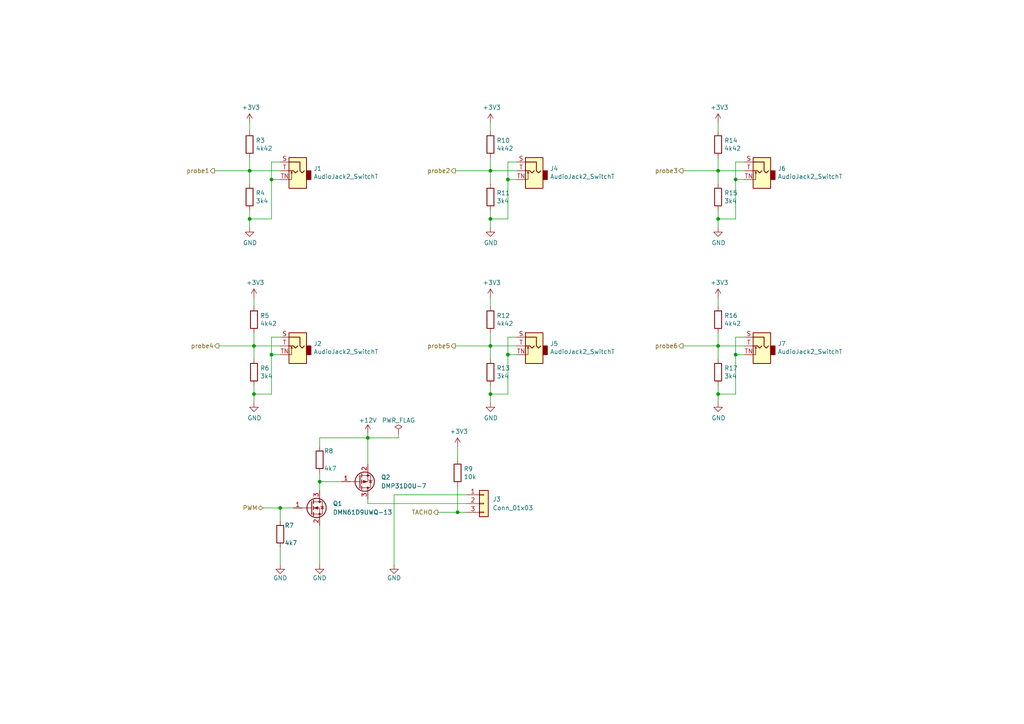
<source format=kicad_sch>
(kicad_sch (version 20211123) (generator eeschema)

  (uuid 84774f2a-6971-4fa4-a1fe-c172a40ef77d)

  (paper "A4")

  (lib_symbols
    (symbol "Connector:AudioJack2_SwitchT" (in_bom yes) (on_board yes)
      (property "Reference" "J" (id 0) (at 0 8.89 0)
        (effects (font (size 1.27 1.27)))
      )
      (property "Value" "AudioJack2_SwitchT" (id 1) (at 0 6.35 0)
        (effects (font (size 1.27 1.27)))
      )
      (property "Footprint" "" (id 2) (at 0 0 0)
        (effects (font (size 1.27 1.27)) hide)
      )
      (property "Datasheet" "~" (id 3) (at 0 0 0)
        (effects (font (size 1.27 1.27)) hide)
      )
      (property "ki_keywords" "audio jack receptacle mono headphones phone TS connector" (id 4) (at 0 0 0)
        (effects (font (size 1.27 1.27)) hide)
      )
      (property "ki_description" "Audio Jack, 2 Poles (Mono / TS), Switched T Pole (Normalling)" (id 5) (at 0 0 0)
        (effects (font (size 1.27 1.27)) hide)
      )
      (property "ki_fp_filters" "Jack*" (id 6) (at 0 0 0)
        (effects (font (size 1.27 1.27)) hide)
      )
      (symbol "AudioJack2_SwitchT_0_1"
        (rectangle (start -2.54 0) (end -3.81 -2.54)
          (stroke (width 0.254) (type default) (color 0 0 0 0))
          (fill (type outline))
        )
        (polyline
          (pts
            (xy 1.778 -0.254)
            (xy 2.032 -0.762)
          )
          (stroke (width 0) (type default) (color 0 0 0 0))
          (fill (type none))
        )
        (polyline
          (pts
            (xy 0 0)
            (xy 0.635 -0.635)
            (xy 1.27 0)
            (xy 2.54 0)
          )
          (stroke (width 0.254) (type default) (color 0 0 0 0))
          (fill (type none))
        )
        (polyline
          (pts
            (xy 2.54 -2.54)
            (xy 1.778 -2.54)
            (xy 1.778 -0.254)
            (xy 1.524 -0.762)
          )
          (stroke (width 0) (type default) (color 0 0 0 0))
          (fill (type none))
        )
        (polyline
          (pts
            (xy 2.54 2.54)
            (xy -0.635 2.54)
            (xy -0.635 0)
            (xy -1.27 -0.635)
            (xy -1.905 0)
          )
          (stroke (width 0.254) (type default) (color 0 0 0 0))
          (fill (type none))
        )
        (rectangle (start 2.54 3.81) (end -2.54 -5.08)
          (stroke (width 0.254) (type default) (color 0 0 0 0))
          (fill (type background))
        )
      )
      (symbol "AudioJack2_SwitchT_1_1"
        (pin passive line (at 5.08 2.54 180) (length 2.54)
          (name "~" (effects (font (size 1.27 1.27))))
          (number "S" (effects (font (size 1.27 1.27))))
        )
        (pin passive line (at 5.08 0 180) (length 2.54)
          (name "~" (effects (font (size 1.27 1.27))))
          (number "T" (effects (font (size 1.27 1.27))))
        )
        (pin passive line (at 5.08 -2.54 180) (length 2.54)
          (name "~" (effects (font (size 1.27 1.27))))
          (number "TN" (effects (font (size 1.27 1.27))))
        )
      )
    )
    (symbol "Connector_Generic:Conn_01x03" (pin_names (offset 1.016) hide) (in_bom yes) (on_board yes)
      (property "Reference" "J" (id 0) (at 0 5.08 0)
        (effects (font (size 1.27 1.27)))
      )
      (property "Value" "Conn_01x03" (id 1) (at 0 -5.08 0)
        (effects (font (size 1.27 1.27)))
      )
      (property "Footprint" "" (id 2) (at 0 0 0)
        (effects (font (size 1.27 1.27)) hide)
      )
      (property "Datasheet" "~" (id 3) (at 0 0 0)
        (effects (font (size 1.27 1.27)) hide)
      )
      (property "ki_keywords" "connector" (id 4) (at 0 0 0)
        (effects (font (size 1.27 1.27)) hide)
      )
      (property "ki_description" "Generic connector, single row, 01x03, script generated (kicad-library-utils/schlib/autogen/connector/)" (id 5) (at 0 0 0)
        (effects (font (size 1.27 1.27)) hide)
      )
      (property "ki_fp_filters" "Connector*:*_1x??_*" (id 6) (at 0 0 0)
        (effects (font (size 1.27 1.27)) hide)
      )
      (symbol "Conn_01x03_1_1"
        (rectangle (start -1.27 -2.413) (end 0 -2.667)
          (stroke (width 0.1524) (type default) (color 0 0 0 0))
          (fill (type none))
        )
        (rectangle (start -1.27 0.127) (end 0 -0.127)
          (stroke (width 0.1524) (type default) (color 0 0 0 0))
          (fill (type none))
        )
        (rectangle (start -1.27 2.667) (end 0 2.413)
          (stroke (width 0.1524) (type default) (color 0 0 0 0))
          (fill (type none))
        )
        (rectangle (start -1.27 3.81) (end 1.27 -3.81)
          (stroke (width 0.254) (type default) (color 0 0 0 0))
          (fill (type background))
        )
        (pin passive line (at -5.08 2.54 0) (length 3.81)
          (name "Pin_1" (effects (font (size 1.27 1.27))))
          (number "1" (effects (font (size 1.27 1.27))))
        )
        (pin passive line (at -5.08 0 0) (length 3.81)
          (name "Pin_2" (effects (font (size 1.27 1.27))))
          (number "2" (effects (font (size 1.27 1.27))))
        )
        (pin passive line (at -5.08 -2.54 0) (length 3.81)
          (name "Pin_3" (effects (font (size 1.27 1.27))))
          (number "3" (effects (font (size 1.27 1.27))))
        )
      )
    )
    (symbol "Device:Q_NMOS_GSD" (pin_names (offset 0) hide) (in_bom yes) (on_board yes)
      (property "Reference" "Q" (id 0) (at 5.08 1.27 0)
        (effects (font (size 1.27 1.27)) (justify left))
      )
      (property "Value" "Q_NMOS_GSD" (id 1) (at 5.08 -1.27 0)
        (effects (font (size 1.27 1.27)) (justify left))
      )
      (property "Footprint" "" (id 2) (at 5.08 2.54 0)
        (effects (font (size 1.27 1.27)) hide)
      )
      (property "Datasheet" "~" (id 3) (at 0 0 0)
        (effects (font (size 1.27 1.27)) hide)
      )
      (property "ki_keywords" "transistor NMOS N-MOS N-MOSFET" (id 4) (at 0 0 0)
        (effects (font (size 1.27 1.27)) hide)
      )
      (property "ki_description" "N-MOSFET transistor, gate/source/drain" (id 5) (at 0 0 0)
        (effects (font (size 1.27 1.27)) hide)
      )
      (symbol "Q_NMOS_GSD_0_1"
        (polyline
          (pts
            (xy 0.254 0)
            (xy -2.54 0)
          )
          (stroke (width 0) (type default) (color 0 0 0 0))
          (fill (type none))
        )
        (polyline
          (pts
            (xy 0.254 1.905)
            (xy 0.254 -1.905)
          )
          (stroke (width 0.254) (type default) (color 0 0 0 0))
          (fill (type none))
        )
        (polyline
          (pts
            (xy 0.762 -1.27)
            (xy 0.762 -2.286)
          )
          (stroke (width 0.254) (type default) (color 0 0 0 0))
          (fill (type none))
        )
        (polyline
          (pts
            (xy 0.762 0.508)
            (xy 0.762 -0.508)
          )
          (stroke (width 0.254) (type default) (color 0 0 0 0))
          (fill (type none))
        )
        (polyline
          (pts
            (xy 0.762 2.286)
            (xy 0.762 1.27)
          )
          (stroke (width 0.254) (type default) (color 0 0 0 0))
          (fill (type none))
        )
        (polyline
          (pts
            (xy 2.54 2.54)
            (xy 2.54 1.778)
          )
          (stroke (width 0) (type default) (color 0 0 0 0))
          (fill (type none))
        )
        (polyline
          (pts
            (xy 2.54 -2.54)
            (xy 2.54 0)
            (xy 0.762 0)
          )
          (stroke (width 0) (type default) (color 0 0 0 0))
          (fill (type none))
        )
        (polyline
          (pts
            (xy 0.762 -1.778)
            (xy 3.302 -1.778)
            (xy 3.302 1.778)
            (xy 0.762 1.778)
          )
          (stroke (width 0) (type default) (color 0 0 0 0))
          (fill (type none))
        )
        (polyline
          (pts
            (xy 1.016 0)
            (xy 2.032 0.381)
            (xy 2.032 -0.381)
            (xy 1.016 0)
          )
          (stroke (width 0) (type default) (color 0 0 0 0))
          (fill (type outline))
        )
        (polyline
          (pts
            (xy 2.794 0.508)
            (xy 2.921 0.381)
            (xy 3.683 0.381)
            (xy 3.81 0.254)
          )
          (stroke (width 0) (type default) (color 0 0 0 0))
          (fill (type none))
        )
        (polyline
          (pts
            (xy 3.302 0.381)
            (xy 2.921 -0.254)
            (xy 3.683 -0.254)
            (xy 3.302 0.381)
          )
          (stroke (width 0) (type default) (color 0 0 0 0))
          (fill (type none))
        )
        (circle (center 1.651 0) (radius 2.794)
          (stroke (width 0.254) (type default) (color 0 0 0 0))
          (fill (type none))
        )
        (circle (center 2.54 -1.778) (radius 0.254)
          (stroke (width 0) (type default) (color 0 0 0 0))
          (fill (type outline))
        )
        (circle (center 2.54 1.778) (radius 0.254)
          (stroke (width 0) (type default) (color 0 0 0 0))
          (fill (type outline))
        )
      )
      (symbol "Q_NMOS_GSD_1_1"
        (pin input line (at -5.08 0 0) (length 2.54)
          (name "G" (effects (font (size 1.27 1.27))))
          (number "1" (effects (font (size 1.27 1.27))))
        )
        (pin passive line (at 2.54 -5.08 90) (length 2.54)
          (name "S" (effects (font (size 1.27 1.27))))
          (number "2" (effects (font (size 1.27 1.27))))
        )
        (pin passive line (at 2.54 5.08 270) (length 2.54)
          (name "D" (effects (font (size 1.27 1.27))))
          (number "3" (effects (font (size 1.27 1.27))))
        )
      )
    )
    (symbol "Device:Q_PMOS_GSD" (pin_names (offset 0) hide) (in_bom yes) (on_board yes)
      (property "Reference" "Q" (id 0) (at 5.08 1.27 0)
        (effects (font (size 1.27 1.27)) (justify left))
      )
      (property "Value" "Q_PMOS_GSD" (id 1) (at 5.08 -1.27 0)
        (effects (font (size 1.27 1.27)) (justify left))
      )
      (property "Footprint" "" (id 2) (at 5.08 2.54 0)
        (effects (font (size 1.27 1.27)) hide)
      )
      (property "Datasheet" "~" (id 3) (at 0 0 0)
        (effects (font (size 1.27 1.27)) hide)
      )
      (property "ki_keywords" "transistor PMOS P-MOS P-MOSFET" (id 4) (at 0 0 0)
        (effects (font (size 1.27 1.27)) hide)
      )
      (property "ki_description" "P-MOSFET transistor, gate/source/drain" (id 5) (at 0 0 0)
        (effects (font (size 1.27 1.27)) hide)
      )
      (symbol "Q_PMOS_GSD_0_1"
        (polyline
          (pts
            (xy 0.254 0)
            (xy -2.54 0)
          )
          (stroke (width 0) (type default) (color 0 0 0 0))
          (fill (type none))
        )
        (polyline
          (pts
            (xy 0.254 1.905)
            (xy 0.254 -1.905)
          )
          (stroke (width 0.254) (type default) (color 0 0 0 0))
          (fill (type none))
        )
        (polyline
          (pts
            (xy 0.762 -1.27)
            (xy 0.762 -2.286)
          )
          (stroke (width 0.254) (type default) (color 0 0 0 0))
          (fill (type none))
        )
        (polyline
          (pts
            (xy 0.762 0.508)
            (xy 0.762 -0.508)
          )
          (stroke (width 0.254) (type default) (color 0 0 0 0))
          (fill (type none))
        )
        (polyline
          (pts
            (xy 0.762 2.286)
            (xy 0.762 1.27)
          )
          (stroke (width 0.254) (type default) (color 0 0 0 0))
          (fill (type none))
        )
        (polyline
          (pts
            (xy 2.54 2.54)
            (xy 2.54 1.778)
          )
          (stroke (width 0) (type default) (color 0 0 0 0))
          (fill (type none))
        )
        (polyline
          (pts
            (xy 2.54 -2.54)
            (xy 2.54 0)
            (xy 0.762 0)
          )
          (stroke (width 0) (type default) (color 0 0 0 0))
          (fill (type none))
        )
        (polyline
          (pts
            (xy 0.762 1.778)
            (xy 3.302 1.778)
            (xy 3.302 -1.778)
            (xy 0.762 -1.778)
          )
          (stroke (width 0) (type default) (color 0 0 0 0))
          (fill (type none))
        )
        (polyline
          (pts
            (xy 2.286 0)
            (xy 1.27 0.381)
            (xy 1.27 -0.381)
            (xy 2.286 0)
          )
          (stroke (width 0) (type default) (color 0 0 0 0))
          (fill (type outline))
        )
        (polyline
          (pts
            (xy 2.794 -0.508)
            (xy 2.921 -0.381)
            (xy 3.683 -0.381)
            (xy 3.81 -0.254)
          )
          (stroke (width 0) (type default) (color 0 0 0 0))
          (fill (type none))
        )
        (polyline
          (pts
            (xy 3.302 -0.381)
            (xy 2.921 0.254)
            (xy 3.683 0.254)
            (xy 3.302 -0.381)
          )
          (stroke (width 0) (type default) (color 0 0 0 0))
          (fill (type none))
        )
        (circle (center 1.651 0) (radius 2.794)
          (stroke (width 0.254) (type default) (color 0 0 0 0))
          (fill (type none))
        )
        (circle (center 2.54 -1.778) (radius 0.254)
          (stroke (width 0) (type default) (color 0 0 0 0))
          (fill (type outline))
        )
        (circle (center 2.54 1.778) (radius 0.254)
          (stroke (width 0) (type default) (color 0 0 0 0))
          (fill (type outline))
        )
      )
      (symbol "Q_PMOS_GSD_1_1"
        (pin input line (at -5.08 0 0) (length 2.54)
          (name "G" (effects (font (size 1.27 1.27))))
          (number "1" (effects (font (size 1.27 1.27))))
        )
        (pin passive line (at 2.54 -5.08 90) (length 2.54)
          (name "S" (effects (font (size 1.27 1.27))))
          (number "2" (effects (font (size 1.27 1.27))))
        )
        (pin passive line (at 2.54 5.08 270) (length 2.54)
          (name "D" (effects (font (size 1.27 1.27))))
          (number "3" (effects (font (size 1.27 1.27))))
        )
      )
    )
    (symbol "Device:R" (pin_numbers hide) (pin_names (offset 0)) (in_bom yes) (on_board yes)
      (property "Reference" "R" (id 0) (at 2.032 0 90)
        (effects (font (size 1.27 1.27)))
      )
      (property "Value" "R" (id 1) (at 0 0 90)
        (effects (font (size 1.27 1.27)))
      )
      (property "Footprint" "" (id 2) (at -1.778 0 90)
        (effects (font (size 1.27 1.27)) hide)
      )
      (property "Datasheet" "~" (id 3) (at 0 0 0)
        (effects (font (size 1.27 1.27)) hide)
      )
      (property "ki_keywords" "R res resistor" (id 4) (at 0 0 0)
        (effects (font (size 1.27 1.27)) hide)
      )
      (property "ki_description" "Resistor" (id 5) (at 0 0 0)
        (effects (font (size 1.27 1.27)) hide)
      )
      (property "ki_fp_filters" "R_*" (id 6) (at 0 0 0)
        (effects (font (size 1.27 1.27)) hide)
      )
      (symbol "R_0_1"
        (rectangle (start -1.016 -2.54) (end 1.016 2.54)
          (stroke (width 0.254) (type default) (color 0 0 0 0))
          (fill (type none))
        )
      )
      (symbol "R_1_1"
        (pin passive line (at 0 3.81 270) (length 1.27)
          (name "~" (effects (font (size 1.27 1.27))))
          (number "1" (effects (font (size 1.27 1.27))))
        )
        (pin passive line (at 0 -3.81 90) (length 1.27)
          (name "~" (effects (font (size 1.27 1.27))))
          (number "2" (effects (font (size 1.27 1.27))))
        )
      )
    )
    (symbol "power:+12V" (power) (pin_names (offset 0)) (in_bom yes) (on_board yes)
      (property "Reference" "#PWR" (id 0) (at 0 -3.81 0)
        (effects (font (size 1.27 1.27)) hide)
      )
      (property "Value" "+12V" (id 1) (at 0 3.556 0)
        (effects (font (size 1.27 1.27)))
      )
      (property "Footprint" "" (id 2) (at 0 0 0)
        (effects (font (size 1.27 1.27)) hide)
      )
      (property "Datasheet" "" (id 3) (at 0 0 0)
        (effects (font (size 1.27 1.27)) hide)
      )
      (property "ki_keywords" "power-flag" (id 4) (at 0 0 0)
        (effects (font (size 1.27 1.27)) hide)
      )
      (property "ki_description" "Power symbol creates a global label with name \"+12V\"" (id 5) (at 0 0 0)
        (effects (font (size 1.27 1.27)) hide)
      )
      (symbol "+12V_0_1"
        (polyline
          (pts
            (xy -0.762 1.27)
            (xy 0 2.54)
          )
          (stroke (width 0) (type default) (color 0 0 0 0))
          (fill (type none))
        )
        (polyline
          (pts
            (xy 0 0)
            (xy 0 2.54)
          )
          (stroke (width 0) (type default) (color 0 0 0 0))
          (fill (type none))
        )
        (polyline
          (pts
            (xy 0 2.54)
            (xy 0.762 1.27)
          )
          (stroke (width 0) (type default) (color 0 0 0 0))
          (fill (type none))
        )
      )
      (symbol "+12V_1_1"
        (pin power_in line (at 0 0 90) (length 0) hide
          (name "+12V" (effects (font (size 1.27 1.27))))
          (number "1" (effects (font (size 1.27 1.27))))
        )
      )
    )
    (symbol "power:+3V3" (power) (pin_names (offset 0)) (in_bom yes) (on_board yes)
      (property "Reference" "#PWR" (id 0) (at 0 -3.81 0)
        (effects (font (size 1.27 1.27)) hide)
      )
      (property "Value" "+3V3" (id 1) (at 0 3.556 0)
        (effects (font (size 1.27 1.27)))
      )
      (property "Footprint" "" (id 2) (at 0 0 0)
        (effects (font (size 1.27 1.27)) hide)
      )
      (property "Datasheet" "" (id 3) (at 0 0 0)
        (effects (font (size 1.27 1.27)) hide)
      )
      (property "ki_keywords" "power-flag" (id 4) (at 0 0 0)
        (effects (font (size 1.27 1.27)) hide)
      )
      (property "ki_description" "Power symbol creates a global label with name \"+3V3\"" (id 5) (at 0 0 0)
        (effects (font (size 1.27 1.27)) hide)
      )
      (symbol "+3V3_0_1"
        (polyline
          (pts
            (xy -0.762 1.27)
            (xy 0 2.54)
          )
          (stroke (width 0) (type default) (color 0 0 0 0))
          (fill (type none))
        )
        (polyline
          (pts
            (xy 0 0)
            (xy 0 2.54)
          )
          (stroke (width 0) (type default) (color 0 0 0 0))
          (fill (type none))
        )
        (polyline
          (pts
            (xy 0 2.54)
            (xy 0.762 1.27)
          )
          (stroke (width 0) (type default) (color 0 0 0 0))
          (fill (type none))
        )
      )
      (symbol "+3V3_1_1"
        (pin power_in line (at 0 0 90) (length 0) hide
          (name "+3V3" (effects (font (size 1.27 1.27))))
          (number "1" (effects (font (size 1.27 1.27))))
        )
      )
    )
    (symbol "power:GND" (power) (pin_names (offset 0)) (in_bom yes) (on_board yes)
      (property "Reference" "#PWR" (id 0) (at 0 -6.35 0)
        (effects (font (size 1.27 1.27)) hide)
      )
      (property "Value" "GND" (id 1) (at 0 -3.81 0)
        (effects (font (size 1.27 1.27)))
      )
      (property "Footprint" "" (id 2) (at 0 0 0)
        (effects (font (size 1.27 1.27)) hide)
      )
      (property "Datasheet" "" (id 3) (at 0 0 0)
        (effects (font (size 1.27 1.27)) hide)
      )
      (property "ki_keywords" "power-flag" (id 4) (at 0 0 0)
        (effects (font (size 1.27 1.27)) hide)
      )
      (property "ki_description" "Power symbol creates a global label with name \"GND\" , ground" (id 5) (at 0 0 0)
        (effects (font (size 1.27 1.27)) hide)
      )
      (symbol "GND_0_1"
        (polyline
          (pts
            (xy 0 0)
            (xy 0 -1.27)
            (xy 1.27 -1.27)
            (xy 0 -2.54)
            (xy -1.27 -1.27)
            (xy 0 -1.27)
          )
          (stroke (width 0) (type default) (color 0 0 0 0))
          (fill (type none))
        )
      )
      (symbol "GND_1_1"
        (pin power_in line (at 0 0 270) (length 0) hide
          (name "GND" (effects (font (size 1.27 1.27))))
          (number "1" (effects (font (size 1.27 1.27))))
        )
      )
    )
    (symbol "power:PWR_FLAG" (power) (pin_numbers hide) (pin_names (offset 0) hide) (in_bom yes) (on_board yes)
      (property "Reference" "#FLG" (id 0) (at 0 1.905 0)
        (effects (font (size 1.27 1.27)) hide)
      )
      (property "Value" "PWR_FLAG" (id 1) (at 0 3.81 0)
        (effects (font (size 1.27 1.27)))
      )
      (property "Footprint" "" (id 2) (at 0 0 0)
        (effects (font (size 1.27 1.27)) hide)
      )
      (property "Datasheet" "~" (id 3) (at 0 0 0)
        (effects (font (size 1.27 1.27)) hide)
      )
      (property "ki_keywords" "power-flag" (id 4) (at 0 0 0)
        (effects (font (size 1.27 1.27)) hide)
      )
      (property "ki_description" "Special symbol for telling ERC where power comes from" (id 5) (at 0 0 0)
        (effects (font (size 1.27 1.27)) hide)
      )
      (symbol "PWR_FLAG_0_0"
        (pin power_out line (at 0 0 90) (length 0)
          (name "pwr" (effects (font (size 1.27 1.27))))
          (number "1" (effects (font (size 1.27 1.27))))
        )
      )
      (symbol "PWR_FLAG_0_1"
        (polyline
          (pts
            (xy 0 0)
            (xy 0 1.27)
            (xy -1.016 1.905)
            (xy 0 2.54)
            (xy 1.016 1.905)
            (xy 0 1.27)
          )
          (stroke (width 0) (type default) (color 0 0 0 0))
          (fill (type none))
        )
      )
    )
  )

  (junction (at 147.32 102.87) (diameter 0) (color 0 0 0 0)
    (uuid 04ff9d43-a2e1-46dd-99f5-36ee6266e8c8)
  )
  (junction (at 78.74 102.87) (diameter 0) (color 0 0 0 0)
    (uuid 07482cad-0b83-4c2a-abdf-d2f9a0a06720)
  )
  (junction (at 208.28 49.53) (diameter 0) (color 0 0 0 0)
    (uuid 0c40248d-aec6-46b4-8b0e-5b92cf267abd)
  )
  (junction (at 73.66 100.33) (diameter 0) (color 0 0 0 0)
    (uuid 0d05f7a6-e5dc-497d-8e5c-875d62a9cd98)
  )
  (junction (at 78.74 52.07) (diameter 0) (color 0 0 0 0)
    (uuid 0fd531b4-ae3f-44a0-9c85-d521c138f577)
  )
  (junction (at 72.39 49.53) (diameter 0) (color 0 0 0 0)
    (uuid 177d8b8e-ba9c-4ef5-afd1-2b5ddbe0e634)
  )
  (junction (at 147.32 52.07) (diameter 0) (color 0 0 0 0)
    (uuid 2eb153a3-6988-4a38-b6bf-b716b3a92943)
  )
  (junction (at 208.28 100.33) (diameter 0) (color 0 0 0 0)
    (uuid 3e6229a0-05b6-44d2-800c-44886c935b4c)
  )
  (junction (at 142.24 114.3) (diameter 0) (color 0 0 0 0)
    (uuid 4b95842a-ed42-4082-8972-d92715a6dbf3)
  )
  (junction (at 142.24 49.53) (diameter 0) (color 0 0 0 0)
    (uuid 4ff48b00-25e8-44e8-b134-058ace175494)
  )
  (junction (at 142.24 100.33) (diameter 0) (color 0 0 0 0)
    (uuid 5541dc96-7c41-4b8b-b0de-01a3a1143359)
  )
  (junction (at 92.71 139.7) (diameter 0) (color 0 0 0 0)
    (uuid 5ea78412-bb39-4b08-a753-fb036f37c40b)
  )
  (junction (at 213.36 52.07) (diameter 0) (color 0 0 0 0)
    (uuid 62d24dad-0301-475d-80e3-ac19d74941aa)
  )
  (junction (at 208.28 63.5) (diameter 0) (color 0 0 0 0)
    (uuid 7034d494-4b3c-48ca-a07e-af4750b3e29b)
  )
  (junction (at 142.24 63.5) (diameter 0) (color 0 0 0 0)
    (uuid 7183c30b-6405-4ca3-9c94-f0a2c810c705)
  )
  (junction (at 72.39 63.5) (diameter 0) (color 0 0 0 0)
    (uuid 7213840c-49ff-45a8-9511-66f6574546b6)
  )
  (junction (at 132.715 148.59) (diameter 0) (color 0 0 0 0)
    (uuid b3e7f54d-3803-45ee-98b2-4e09beec5fba)
  )
  (junction (at 73.66 114.3) (diameter 0) (color 0 0 0 0)
    (uuid b88fb570-6286-4c90-be61-160e7536aec1)
  )
  (junction (at 81.28 147.32) (diameter 0) (color 0 0 0 0)
    (uuid c535edd1-d8b6-4368-88ba-0baee82c7d46)
  )
  (junction (at 213.36 102.87) (diameter 0) (color 0 0 0 0)
    (uuid de1b2035-b039-48db-a8b5-6fef36deacd0)
  )
  (junction (at 208.28 114.3) (diameter 0) (color 0 0 0 0)
    (uuid e27e2667-0fef-43b9-80a8-e7913efb5af1)
  )
  (junction (at 106.68 127) (diameter 0) (color 0 0 0 0)
    (uuid f655fcfa-a14a-475b-a3a0-6885bc266cb9)
  )

  (wire (pts (xy 208.28 114.3) (xy 208.28 111.76))
    (stroke (width 0) (type default) (color 0 0 0 0))
    (uuid 00c5d703-0804-4b0c-90fa-d410e91668c0)
  )
  (wire (pts (xy 147.32 46.99) (xy 147.32 52.07))
    (stroke (width 0) (type default) (color 0 0 0 0))
    (uuid 00f11c0c-4b43-473e-9f6c-21c8c6faf410)
  )
  (wire (pts (xy 208.28 49.53) (xy 215.9 49.53))
    (stroke (width 0) (type default) (color 0 0 0 0))
    (uuid 02ddbf1e-f336-46f8-b19b-25dd5e11a2cd)
  )
  (wire (pts (xy 208.28 35.56) (xy 208.28 38.1))
    (stroke (width 0) (type default) (color 0 0 0 0))
    (uuid 0a542a14-ebdf-45dc-8c04-9ed60f9eb5c5)
  )
  (wire (pts (xy 73.66 96.52) (xy 73.66 100.33))
    (stroke (width 0) (type default) (color 0 0 0 0))
    (uuid 0ae5921b-1623-4cc2-a065-45ccadec88b3)
  )
  (wire (pts (xy 72.39 49.53) (xy 81.28 49.53))
    (stroke (width 0) (type default) (color 0 0 0 0))
    (uuid 0c099581-77ef-4b0a-b55d-f79c97b9945d)
  )
  (wire (pts (xy 81.28 147.32) (xy 76.2 147.32))
    (stroke (width 0) (type default) (color 0 0 0 0))
    (uuid 0cacba46-f89b-4577-b9c3-d3fa321fbb16)
  )
  (wire (pts (xy 73.66 116.84) (xy 73.66 114.3))
    (stroke (width 0) (type default) (color 0 0 0 0))
    (uuid 11e9a161-3347-4132-9008-6ca8bfe60f67)
  )
  (wire (pts (xy 132.08 100.33) (xy 142.24 100.33))
    (stroke (width 0) (type default) (color 0 0 0 0))
    (uuid 12168f89-d485-4203-a901-2f01c4e9712a)
  )
  (wire (pts (xy 213.36 97.79) (xy 213.36 102.87))
    (stroke (width 0) (type default) (color 0 0 0 0))
    (uuid 13ea805b-da44-468e-a71f-0a435ffbb782)
  )
  (wire (pts (xy 73.66 100.33) (xy 81.28 100.33))
    (stroke (width 0) (type default) (color 0 0 0 0))
    (uuid 154af1d5-07a1-4f41-bf65-3bcdfba521cf)
  )
  (wire (pts (xy 114.3 143.51) (xy 114.3 163.83))
    (stroke (width 0) (type default) (color 0 0 0 0))
    (uuid 16ac260f-ed7f-4043-b02a-7aa3af69db5e)
  )
  (wire (pts (xy 208.28 116.84) (xy 208.28 114.3))
    (stroke (width 0) (type default) (color 0 0 0 0))
    (uuid 1e980c4d-80d6-4939-be87-ae1dc908add3)
  )
  (wire (pts (xy 92.71 139.7) (xy 99.06 139.7))
    (stroke (width 0) (type default) (color 0 0 0 0))
    (uuid 1f63316a-4fb7-4bc3-8d9a-8c8c0c8dee37)
  )
  (wire (pts (xy 149.86 102.87) (xy 147.32 102.87))
    (stroke (width 0) (type default) (color 0 0 0 0))
    (uuid 1f93cb76-5165-4000-a848-56100ded54d3)
  )
  (wire (pts (xy 147.32 114.3) (xy 142.24 114.3))
    (stroke (width 0) (type default) (color 0 0 0 0))
    (uuid 225e3f61-dce7-4690-8a91-57f0b372789c)
  )
  (wire (pts (xy 142.24 96.52) (xy 142.24 100.33))
    (stroke (width 0) (type default) (color 0 0 0 0))
    (uuid 23340185-a19a-4a9b-b099-d96b2de68fb9)
  )
  (wire (pts (xy 208.28 63.5) (xy 208.28 60.96))
    (stroke (width 0) (type default) (color 0 0 0 0))
    (uuid 24010e4e-68fb-4a51-89b5-fc30a2fa4096)
  )
  (wire (pts (xy 149.86 52.07) (xy 147.32 52.07))
    (stroke (width 0) (type default) (color 0 0 0 0))
    (uuid 26caef42-4c94-4237-8883-03b273e903a1)
  )
  (wire (pts (xy 198.12 100.33) (xy 208.28 100.33))
    (stroke (width 0) (type default) (color 0 0 0 0))
    (uuid 2e268217-9f2f-482c-8d8b-46404ec91e35)
  )
  (wire (pts (xy 149.86 46.99) (xy 147.32 46.99))
    (stroke (width 0) (type default) (color 0 0 0 0))
    (uuid 2e96df3d-3fe1-4a0b-9649-5f5ef8c94956)
  )
  (wire (pts (xy 78.74 63.5) (xy 72.39 63.5))
    (stroke (width 0) (type default) (color 0 0 0 0))
    (uuid 32901ef7-90a2-4c11-84d4-9f1d9bae025d)
  )
  (wire (pts (xy 142.24 35.56) (xy 142.24 38.1))
    (stroke (width 0) (type default) (color 0 0 0 0))
    (uuid 34f27569-7e5c-4394-a33f-e55a25e3834c)
  )
  (wire (pts (xy 142.24 49.53) (xy 142.24 53.34))
    (stroke (width 0) (type default) (color 0 0 0 0))
    (uuid 35181ad6-d069-4b83-b47f-87f070c89cbe)
  )
  (wire (pts (xy 106.68 144.78) (xy 106.68 146.05))
    (stroke (width 0) (type default) (color 0 0 0 0))
    (uuid 3e508f2c-6c66-4011-ae1d-d0c4a93456bf)
  )
  (wire (pts (xy 132.715 140.97) (xy 132.715 148.59))
    (stroke (width 0) (type default) (color 0 0 0 0))
    (uuid 3ebec349-fd9e-4731-a6ca-9fb54de06987)
  )
  (wire (pts (xy 78.74 102.87) (xy 78.74 114.3))
    (stroke (width 0) (type default) (color 0 0 0 0))
    (uuid 3eed219e-ef44-46a2-a482-b7191acccc64)
  )
  (wire (pts (xy 81.28 147.32) (xy 85.09 147.32))
    (stroke (width 0) (type default) (color 0 0 0 0))
    (uuid 4035ecde-eb45-42c7-882b-4b7a9397505d)
  )
  (wire (pts (xy 213.36 102.87) (xy 213.36 114.3))
    (stroke (width 0) (type default) (color 0 0 0 0))
    (uuid 40383015-7931-4ec3-8183-96da8cf4b260)
  )
  (wire (pts (xy 208.28 96.52) (xy 208.28 100.33))
    (stroke (width 0) (type default) (color 0 0 0 0))
    (uuid 429585e5-0edf-4e91-9007-8ce9cd20f16d)
  )
  (wire (pts (xy 106.68 134.62) (xy 106.68 127))
    (stroke (width 0) (type default) (color 0 0 0 0))
    (uuid 47b87e05-3ed1-448d-8c36-80499fea91e2)
  )
  (wire (pts (xy 147.32 102.87) (xy 147.32 114.3))
    (stroke (width 0) (type default) (color 0 0 0 0))
    (uuid 4be13897-4c74-4b13-9abf-889f6b82aef9)
  )
  (wire (pts (xy 215.9 102.87) (xy 213.36 102.87))
    (stroke (width 0) (type default) (color 0 0 0 0))
    (uuid 5221fab3-5ca7-4266-8555-8e54e320d86b)
  )
  (wire (pts (xy 81.28 151.13) (xy 81.28 147.32))
    (stroke (width 0) (type default) (color 0 0 0 0))
    (uuid 54d837ae-6b1d-4781-a3f1-1d42e70f9203)
  )
  (wire (pts (xy 92.71 152.4) (xy 92.71 163.83))
    (stroke (width 0) (type default) (color 0 0 0 0))
    (uuid 5abde355-c0c4-44c6-a35c-af1383eb743e)
  )
  (wire (pts (xy 208.28 45.72) (xy 208.28 49.53))
    (stroke (width 0) (type default) (color 0 0 0 0))
    (uuid 5acc1c2e-3776-4142-8c17-1384a95c6121)
  )
  (wire (pts (xy 92.71 127) (xy 106.68 127))
    (stroke (width 0) (type default) (color 0 0 0 0))
    (uuid 63d241a7-163f-4981-951e-5549a28157db)
  )
  (wire (pts (xy 142.24 114.3) (xy 142.24 111.76))
    (stroke (width 0) (type default) (color 0 0 0 0))
    (uuid 664a825c-2fb2-453f-a469-5b3378f2e6b4)
  )
  (wire (pts (xy 208.28 86.36) (xy 208.28 88.9))
    (stroke (width 0) (type default) (color 0 0 0 0))
    (uuid 66c86f16-cacf-43a0-a6a3-32e3369a707c)
  )
  (wire (pts (xy 208.28 100.33) (xy 208.28 104.14))
    (stroke (width 0) (type default) (color 0 0 0 0))
    (uuid 6754a2cc-d0ed-4e45-9f27-ebb635e5fac5)
  )
  (wire (pts (xy 215.9 97.79) (xy 213.36 97.79))
    (stroke (width 0) (type default) (color 0 0 0 0))
    (uuid 6a4309e7-904b-467f-aead-0cb9651ab855)
  )
  (wire (pts (xy 78.74 114.3) (xy 73.66 114.3))
    (stroke (width 0) (type default) (color 0 0 0 0))
    (uuid 6dc6bb31-d54f-481f-a6fd-ce607274811b)
  )
  (wire (pts (xy 132.715 129.54) (xy 132.715 133.35))
    (stroke (width 0) (type default) (color 0 0 0 0))
    (uuid 6f1ba192-8c83-45d1-abda-b448256f7ba9)
  )
  (wire (pts (xy 106.68 146.05) (xy 135.255 146.05))
    (stroke (width 0) (type default) (color 0 0 0 0))
    (uuid 6f601f46-8c85-4da4-b82e-df06ca98282d)
  )
  (wire (pts (xy 213.36 46.99) (xy 213.36 52.07))
    (stroke (width 0) (type default) (color 0 0 0 0))
    (uuid 70f7cc60-4cd8-475f-9c30-b9ac53128161)
  )
  (wire (pts (xy 92.71 137.16) (xy 92.71 139.7))
    (stroke (width 0) (type default) (color 0 0 0 0))
    (uuid 7c7e3dd1-1cf4-4260-96bf-0365fab23f81)
  )
  (wire (pts (xy 114.3 143.51) (xy 135.255 143.51))
    (stroke (width 0) (type default) (color 0 0 0 0))
    (uuid 7d2e1402-fa6d-4461-bc5a-d2e0288179fc)
  )
  (wire (pts (xy 78.74 97.79) (xy 78.74 102.87))
    (stroke (width 0) (type default) (color 0 0 0 0))
    (uuid 7e319966-53ef-40a8-8509-6b07c197bbbf)
  )
  (wire (pts (xy 81.28 102.87) (xy 78.74 102.87))
    (stroke (width 0) (type default) (color 0 0 0 0))
    (uuid 7f615471-37ab-4bdd-94d7-95ca25bfc113)
  )
  (wire (pts (xy 92.71 139.7) (xy 92.71 142.24))
    (stroke (width 0) (type default) (color 0 0 0 0))
    (uuid 7f9fcf96-567a-41c8-a336-f2a2e62dd636)
  )
  (wire (pts (xy 115.57 127) (xy 115.57 125.73))
    (stroke (width 0) (type default) (color 0 0 0 0))
    (uuid 80e8853a-1115-46f5-998a-3fbc7435a1e7)
  )
  (wire (pts (xy 72.39 35.56) (xy 72.39 38.1))
    (stroke (width 0) (type default) (color 0 0 0 0))
    (uuid 85ee4bd7-abb3-4862-ad9b-7eaea6dca483)
  )
  (wire (pts (xy 73.66 86.36) (xy 73.66 88.9))
    (stroke (width 0) (type default) (color 0 0 0 0))
    (uuid 8b14d118-dcfd-4d52-9a80-a519c81b0266)
  )
  (wire (pts (xy 72.39 66.04) (xy 72.39 63.5))
    (stroke (width 0) (type default) (color 0 0 0 0))
    (uuid 8eea25ba-9bd2-44d9-a5a6-e2afbf94b7a5)
  )
  (wire (pts (xy 63.5 100.33) (xy 73.66 100.33))
    (stroke (width 0) (type default) (color 0 0 0 0))
    (uuid 933dbc3e-f31b-44b2-b081-9c00d013d485)
  )
  (wire (pts (xy 72.39 49.53) (xy 72.39 53.34))
    (stroke (width 0) (type default) (color 0 0 0 0))
    (uuid 94fcd267-f7a7-4623-9f70-ffa6aa17b279)
  )
  (wire (pts (xy 81.28 52.07) (xy 78.74 52.07))
    (stroke (width 0) (type default) (color 0 0 0 0))
    (uuid 98627a22-70ed-4b42-89c5-84cb8dc0c1ef)
  )
  (wire (pts (xy 106.68 127) (xy 115.57 127))
    (stroke (width 0) (type default) (color 0 0 0 0))
    (uuid 9905c07b-7df6-4e9b-b8d1-5a5536d0456a)
  )
  (wire (pts (xy 73.66 114.3) (xy 73.66 111.76))
    (stroke (width 0) (type default) (color 0 0 0 0))
    (uuid 9a1b9b27-8a15-46bb-bdb9-872056a3559e)
  )
  (wire (pts (xy 132.08 49.53) (xy 142.24 49.53))
    (stroke (width 0) (type default) (color 0 0 0 0))
    (uuid 9ce6feb4-b626-4c4f-9ada-aaf0cf578f4c)
  )
  (wire (pts (xy 81.28 46.99) (xy 78.74 46.99))
    (stroke (width 0) (type default) (color 0 0 0 0))
    (uuid 9cf847a4-5af6-4ebf-9819-cef5000cfc16)
  )
  (wire (pts (xy 149.86 97.79) (xy 147.32 97.79))
    (stroke (width 0) (type default) (color 0 0 0 0))
    (uuid 9dbcf945-2d69-4a57-aa05-d12bf7454f2d)
  )
  (wire (pts (xy 142.24 63.5) (xy 142.24 60.96))
    (stroke (width 0) (type default) (color 0 0 0 0))
    (uuid a1a36a74-e5f0-482d-8091-50fbfd4a3cb8)
  )
  (wire (pts (xy 132.715 148.59) (xy 135.255 148.59))
    (stroke (width 0) (type default) (color 0 0 0 0))
    (uuid a1f7a67e-47f9-4507-b12c-265145345954)
  )
  (wire (pts (xy 213.36 63.5) (xy 208.28 63.5))
    (stroke (width 0) (type default) (color 0 0 0 0))
    (uuid a5680a2c-200d-4feb-bbf3-c75501361511)
  )
  (wire (pts (xy 142.24 100.33) (xy 149.86 100.33))
    (stroke (width 0) (type default) (color 0 0 0 0))
    (uuid acb2acbb-a6de-449d-8d40-276c0f1ab4d8)
  )
  (wire (pts (xy 81.28 158.75) (xy 81.28 163.83))
    (stroke (width 0) (type default) (color 0 0 0 0))
    (uuid af081394-9136-408e-a7be-4427fa7f7ab1)
  )
  (wire (pts (xy 92.71 127) (xy 92.71 129.54))
    (stroke (width 0) (type default) (color 0 0 0 0))
    (uuid b01af2a7-7841-4acf-83f2-b61c2404d203)
  )
  (wire (pts (xy 78.74 52.07) (xy 78.74 63.5))
    (stroke (width 0) (type default) (color 0 0 0 0))
    (uuid b460a6bb-fa42-4a8b-80db-6ebee151b0d7)
  )
  (wire (pts (xy 213.36 52.07) (xy 213.36 63.5))
    (stroke (width 0) (type default) (color 0 0 0 0))
    (uuid b6d07cf6-285a-4a4c-bf97-211fbc7a8b23)
  )
  (wire (pts (xy 73.66 100.33) (xy 73.66 104.14))
    (stroke (width 0) (type default) (color 0 0 0 0))
    (uuid b7ff2bf1-2c6d-4530-af16-11cf2f5b13d9)
  )
  (wire (pts (xy 208.28 100.33) (xy 215.9 100.33))
    (stroke (width 0) (type default) (color 0 0 0 0))
    (uuid b8bb731a-a630-4c11-bc52-446615df40d9)
  )
  (wire (pts (xy 147.32 52.07) (xy 147.32 63.5))
    (stroke (width 0) (type default) (color 0 0 0 0))
    (uuid bb69ae72-02b0-45a3-bf56-6143f534284c)
  )
  (wire (pts (xy 147.32 97.79) (xy 147.32 102.87))
    (stroke (width 0) (type default) (color 0 0 0 0))
    (uuid bb9a77f8-23be-4bd4-a5d1-bcd098809b64)
  )
  (wire (pts (xy 215.9 52.07) (xy 213.36 52.07))
    (stroke (width 0) (type default) (color 0 0 0 0))
    (uuid bbc27cdb-6a20-4cff-b890-34724dfcbe54)
  )
  (wire (pts (xy 106.68 127) (xy 106.68 125.73))
    (stroke (width 0) (type default) (color 0 0 0 0))
    (uuid be9465a0-c877-4576-b9e7-3dd2f107e53a)
  )
  (wire (pts (xy 142.24 66.04) (xy 142.24 63.5))
    (stroke (width 0) (type default) (color 0 0 0 0))
    (uuid bfa1242c-8db2-4bf2-954c-5ee9092d917a)
  )
  (wire (pts (xy 81.28 97.79) (xy 78.74 97.79))
    (stroke (width 0) (type default) (color 0 0 0 0))
    (uuid c332c430-8a3b-40c9-957b-05b3072ee4aa)
  )
  (wire (pts (xy 72.39 63.5) (xy 72.39 60.96))
    (stroke (width 0) (type default) (color 0 0 0 0))
    (uuid c5ebd985-d3fe-41cc-b006-6026d2f3fdf0)
  )
  (wire (pts (xy 147.32 63.5) (xy 142.24 63.5))
    (stroke (width 0) (type default) (color 0 0 0 0))
    (uuid c74394eb-7275-45f8-8ca3-63a085224463)
  )
  (wire (pts (xy 127 148.59) (xy 132.715 148.59))
    (stroke (width 0) (type default) (color 0 0 0 0))
    (uuid d3584cc5-1a22-43c9-b993-be36e26a03a1)
  )
  (wire (pts (xy 78.74 46.99) (xy 78.74 52.07))
    (stroke (width 0) (type default) (color 0 0 0 0))
    (uuid d7de4c12-e079-4711-a902-cd1c33c904c8)
  )
  (wire (pts (xy 215.9 46.99) (xy 213.36 46.99))
    (stroke (width 0) (type default) (color 0 0 0 0))
    (uuid dbb3ee15-174a-429d-a448-d9854df3a2b2)
  )
  (wire (pts (xy 142.24 49.53) (xy 149.86 49.53))
    (stroke (width 0) (type default) (color 0 0 0 0))
    (uuid dc22833f-f181-4c1b-b528-35369c66e6c0)
  )
  (wire (pts (xy 72.39 45.72) (xy 72.39 49.53))
    (stroke (width 0) (type default) (color 0 0 0 0))
    (uuid e15adc8a-ae00-427e-b91a-c67c44f59a2b)
  )
  (wire (pts (xy 142.24 116.84) (xy 142.24 114.3))
    (stroke (width 0) (type default) (color 0 0 0 0))
    (uuid e5699104-20f6-4d99-ae07-91b5c0b05454)
  )
  (wire (pts (xy 142.24 86.36) (xy 142.24 88.9))
    (stroke (width 0) (type default) (color 0 0 0 0))
    (uuid e5c10965-4da5-4bac-b5b7-ccff0410159f)
  )
  (wire (pts (xy 62.23 49.53) (xy 72.39 49.53))
    (stroke (width 0) (type default) (color 0 0 0 0))
    (uuid e621f1f1-345c-47d9-bb9f-2f650299d229)
  )
  (wire (pts (xy 198.12 49.53) (xy 208.28 49.53))
    (stroke (width 0) (type default) (color 0 0 0 0))
    (uuid eb83aeb2-f800-4dda-938b-eb6c85c01d1c)
  )
  (wire (pts (xy 213.36 114.3) (xy 208.28 114.3))
    (stroke (width 0) (type default) (color 0 0 0 0))
    (uuid f2b5cdc9-35a4-4110-afd3-85feca49ae68)
  )
  (wire (pts (xy 142.24 100.33) (xy 142.24 104.14))
    (stroke (width 0) (type default) (color 0 0 0 0))
    (uuid f4adc1ed-e801-416b-aeb1-f47e36387a47)
  )
  (wire (pts (xy 208.28 66.04) (xy 208.28 63.5))
    (stroke (width 0) (type default) (color 0 0 0 0))
    (uuid f5a3ff8c-d05c-465a-a149-679accb8e0d1)
  )
  (wire (pts (xy 208.28 49.53) (xy 208.28 53.34))
    (stroke (width 0) (type default) (color 0 0 0 0))
    (uuid f9a86e97-ee51-4b30-8eef-9b20a73de08a)
  )
  (wire (pts (xy 142.24 45.72) (xy 142.24 49.53))
    (stroke (width 0) (type default) (color 0 0 0 0))
    (uuid fcde5d12-fba4-4a7b-8aee-4cc0bcbfd1ed)
  )

  (hierarchical_label "probe1" (shape output) (at 62.23 49.53 180)
    (effects (font (size 1.27 1.27)) (justify right))
    (uuid 1f6e4828-8999-4946-bc34-5571c9ecdbfd)
  )
  (hierarchical_label "probe6" (shape output) (at 198.12 100.33 180)
    (effects (font (size 1.27 1.27)) (justify right))
    (uuid 26eef802-e04d-40fc-8546-92c462beb3e7)
  )
  (hierarchical_label "PWM" (shape bidirectional) (at 76.2 147.32 180)
    (effects (font (size 1.27 1.27)) (justify right))
    (uuid 305d7c10-92f9-4aea-9237-85005bdc23e3)
  )
  (hierarchical_label "probe5" (shape output) (at 132.08 100.33 180)
    (effects (font (size 1.27 1.27)) (justify right))
    (uuid 41b0c422-dbb7-4d61-ad5e-573569586a96)
  )
  (hierarchical_label "TACHO" (shape output) (at 127 148.59 180)
    (effects (font (size 1.27 1.27)) (justify right))
    (uuid 6e82b7ad-098c-4caf-b11c-c492c7f3d34c)
  )
  (hierarchical_label "probe4" (shape output) (at 63.5 100.33 180)
    (effects (font (size 1.27 1.27)) (justify right))
    (uuid 979bb57c-f8ff-4fff-b928-510f4fb31130)
  )
  (hierarchical_label "probe2" (shape output) (at 132.08 49.53 180)
    (effects (font (size 1.27 1.27)) (justify right))
    (uuid d264fc14-37bb-4613-9086-dcd0dc05511d)
  )
  (hierarchical_label "probe3" (shape output) (at 198.12 49.53 180)
    (effects (font (size 1.27 1.27)) (justify right))
    (uuid ef1e25ac-1816-4ad2-8456-5e0968b11a9d)
  )

  (symbol (lib_id "Connector_Generic:Conn_01x03") (at 140.335 146.05 0) (unit 1)
    (in_bom yes) (on_board yes) (fields_autoplaced)
    (uuid 01964da5-5cef-4b93-b6b5-4e8c7c48b2cb)
    (property "Reference" "J3" (id 0) (at 142.875 144.7799 0)
      (effects (font (size 1.27 1.27)) (justify left))
    )
    (property "Value" "Conn_01x03" (id 1) (at 142.875 147.3199 0)
      (effects (font (size 1.27 1.27)) (justify left))
    )
    (property "Footprint" "z_connector:Molex_KK-254_AE-6410-03A_1x03_P2.54mm_Vertical" (id 2) (at 140.335 146.05 0)
      (effects (font (size 1.27 1.27)) hide)
    )
    (property "Datasheet" "~" (id 3) (at 140.335 146.05 0)
      (effects (font (size 1.27 1.27)) hide)
    )
    (property "Digikey" "WM2785-ND" (id 4) (at 140.335 146.05 0)
      (effects (font (size 1.27 1.27)) hide)
    )
    (pin "1" (uuid 6539ce9c-316b-4dd7-b228-fd506dfde282))
    (pin "2" (uuid 98c78413-90a9-451c-8517-a4ea674fd98f))
    (pin "3" (uuid ac121d9f-4e1a-4abf-a332-760aad603466))
  )

  (symbol (lib_id "Connector:AudioJack2_SwitchT") (at 154.94 49.53 0) (mirror y) (unit 1)
    (in_bom yes) (on_board yes)
    (uuid 1dfe3493-8b29-4ebb-9ef1-b1eaf934fc50)
    (property "Reference" "J4" (id 0) (at 159.512 48.895 0)
      (effects (font (size 1.27 1.27)) (justify right))
    )
    (property "Value" "AudioJack2_SwitchT" (id 1) (at 159.512 51.2064 0)
      (effects (font (size 1.27 1.27)) (justify right))
    )
    (property "Footprint" "mylib_connector:MJ-2523" (id 2) (at 154.94 49.53 0)
      (effects (font (size 1.27 1.27)) hide)
    )
    (property "Datasheet" "~" (id 3) (at 154.94 49.53 0)
      (effects (font (size 1.27 1.27)) hide)
    )
    (property "Digikey" "-" (id 4) (at 154.94 49.53 0)
      (effects (font (size 1.27 1.27)) hide)
    )
    (pin "S" (uuid d5b6eff1-e43a-4390-a009-ae5be04de868))
    (pin "T" (uuid 6884c290-343f-4d02-a684-bd30621dc8d8))
    (pin "TN" (uuid f0ef1324-88f8-4fb4-a2d4-eb907cfe4bc4))
  )

  (symbol (lib_id "Device:R") (at 132.715 137.16 0) (unit 1)
    (in_bom yes) (on_board yes)
    (uuid 24d2be95-fe57-4aaf-a6bb-ae5f4893dbb3)
    (property "Reference" "R9" (id 0) (at 134.493 135.9916 0)
      (effects (font (size 1.27 1.27)) (justify left))
    )
    (property "Value" "10k" (id 1) (at 134.493 138.303 0)
      (effects (font (size 1.27 1.27)) (justify left))
    )
    (property "Footprint" "Resistor_SMD:R_0603_1608Metric" (id 2) (at 130.937 137.16 90)
      (effects (font (size 1.27 1.27)) hide)
    )
    (property "Datasheet" "~" (id 3) (at 132.715 137.16 0)
      (effects (font (size 1.27 1.27)) hide)
    )
    (property "Digikey" "A121523CT-ND" (id 4) (at 132.715 137.16 0)
      (effects (font (size 1.27 1.27)) hide)
    )
    (pin "1" (uuid 71a2dfdf-4446-4940-b7a7-d1f78f704127))
    (pin "2" (uuid 992a7a93-e753-4c7e-8f1f-5c83d6019139))
  )

  (symbol (lib_id "Device:R") (at 142.24 107.95 0) (unit 1)
    (in_bom yes) (on_board yes)
    (uuid 27a93dac-a445-4bbd-b2ee-4b3f51e958fc)
    (property "Reference" "R13" (id 0) (at 144.018 106.7816 0)
      (effects (font (size 1.27 1.27)) (justify left))
    )
    (property "Value" "3k4" (id 1) (at 144.018 109.093 0)
      (effects (font (size 1.27 1.27)) (justify left))
    )
    (property "Footprint" "Resistor_SMD:R_0603_1608Metric" (id 2) (at 140.462 107.95 90)
      (effects (font (size 1.27 1.27)) hide)
    )
    (property "Datasheet" "~" (id 3) (at 142.24 107.95 0)
      (effects (font (size 1.27 1.27)) hide)
    )
    (property "Digikey" "311-3.40KHRCT-ND" (id 4) (at 142.24 107.95 0)
      (effects (font (size 1.27 1.27)) hide)
    )
    (pin "1" (uuid bfb36522-a33e-465d-9213-636601a8b418))
    (pin "2" (uuid 4bd4bcfc-445a-4a41-8bb0-11951dd3b844))
  )

  (symbol (lib_id "power:GND") (at 142.24 116.84 0) (unit 1)
    (in_bom yes) (on_board yes)
    (uuid 2974ea0e-becb-4aa6-bb35-b63f08c12e2c)
    (property "Reference" "#PWR019" (id 0) (at 142.24 123.19 0)
      (effects (font (size 1.27 1.27)) hide)
    )
    (property "Value" "GND" (id 1) (at 142.367 121.2342 0))
    (property "Footprint" "" (id 2) (at 142.24 116.84 0)
      (effects (font (size 1.27 1.27)) hide)
    )
    (property "Datasheet" "" (id 3) (at 142.24 116.84 0)
      (effects (font (size 1.27 1.27)) hide)
    )
    (pin "1" (uuid 922ff0d7-983f-4542-b9da-fca7e2b6e1eb))
  )

  (symbol (lib_id "Device:R") (at 208.28 57.15 0) (unit 1)
    (in_bom yes) (on_board yes)
    (uuid 45583ae4-24fb-4275-85aa-2ebbc6be6a7e)
    (property "Reference" "R15" (id 0) (at 210.058 55.9816 0)
      (effects (font (size 1.27 1.27)) (justify left))
    )
    (property "Value" "3k4" (id 1) (at 210.058 58.293 0)
      (effects (font (size 1.27 1.27)) (justify left))
    )
    (property "Footprint" "Resistor_SMD:R_0603_1608Metric" (id 2) (at 206.502 57.15 90)
      (effects (font (size 1.27 1.27)) hide)
    )
    (property "Datasheet" "~" (id 3) (at 208.28 57.15 0)
      (effects (font (size 1.27 1.27)) hide)
    )
    (property "Digikey" "311-3.40KHRCT-ND" (id 4) (at 208.28 57.15 0)
      (effects (font (size 1.27 1.27)) hide)
    )
    (pin "1" (uuid d099bf56-a299-432e-9c8e-42af9f59fc9d))
    (pin "2" (uuid 2de208f8-6ce1-48e0-b6d4-4417f7a30394))
  )

  (symbol (lib_id "Device:R") (at 142.24 57.15 0) (unit 1)
    (in_bom yes) (on_board yes)
    (uuid 493d6dbf-f2e5-4e43-9637-5654ba280566)
    (property "Reference" "R11" (id 0) (at 144.018 55.9816 0)
      (effects (font (size 1.27 1.27)) (justify left))
    )
    (property "Value" "3k4" (id 1) (at 144.018 58.293 0)
      (effects (font (size 1.27 1.27)) (justify left))
    )
    (property "Footprint" "Resistor_SMD:R_0603_1608Metric" (id 2) (at 140.462 57.15 90)
      (effects (font (size 1.27 1.27)) hide)
    )
    (property "Datasheet" "~" (id 3) (at 142.24 57.15 0)
      (effects (font (size 1.27 1.27)) hide)
    )
    (property "Digikey" "311-3.40KHRCT-ND" (id 4) (at 142.24 57.15 0)
      (effects (font (size 1.27 1.27)) hide)
    )
    (pin "1" (uuid bbea5561-a357-474e-8f9c-8269072fd1f0))
    (pin "2" (uuid eddd038a-d9a2-4d01-bf66-34bfd3c72038))
  )

  (symbol (lib_id "Device:R") (at 208.28 41.91 0) (unit 1)
    (in_bom yes) (on_board yes)
    (uuid 4c29c088-0734-4680-a839-344f577b4727)
    (property "Reference" "R14" (id 0) (at 210.058 40.7416 0)
      (effects (font (size 1.27 1.27)) (justify left))
    )
    (property "Value" "4k42" (id 1) (at 210.058 43.053 0)
      (effects (font (size 1.27 1.27)) (justify left))
    )
    (property "Footprint" "Resistor_SMD:R_0603_1608Metric" (id 2) (at 206.502 41.91 90)
      (effects (font (size 1.27 1.27)) hide)
    )
    (property "Datasheet" "~" (id 3) (at 208.28 41.91 0)
      (effects (font (size 1.27 1.27)) hide)
    )
    (property "Digikey" "RMCF0603FT4K42CT-ND" (id 4) (at 208.28 41.91 0)
      (effects (font (size 1.27 1.27)) hide)
    )
    (pin "1" (uuid 3d070faf-372f-4d18-8ed5-77e212754278))
    (pin "2" (uuid 4f9df64e-2432-41b8-a72c-b885534a5cf6))
  )

  (symbol (lib_id "power:GND") (at 92.71 163.83 0) (unit 1)
    (in_bom yes) (on_board yes)
    (uuid 53ca360a-bb06-4ef6-af10-e33bf23b8884)
    (property "Reference" "#PWR012" (id 0) (at 92.71 170.18 0)
      (effects (font (size 1.27 1.27)) hide)
    )
    (property "Value" "GND" (id 1) (at 92.71 167.64 0))
    (property "Footprint" "" (id 2) (at 92.71 163.83 0)
      (effects (font (size 1.27 1.27)) hide)
    )
    (property "Datasheet" "" (id 3) (at 92.71 163.83 0)
      (effects (font (size 1.27 1.27)) hide)
    )
    (pin "1" (uuid 1959a0dc-4a1c-4b1a-8f65-ccae16c1d0eb))
  )

  (symbol (lib_id "power:GND") (at 114.3 163.83 0) (unit 1)
    (in_bom yes) (on_board yes)
    (uuid 55c4c31f-c4bd-47f5-8f5d-a6ddbe831e75)
    (property "Reference" "#PWR014" (id 0) (at 114.3 170.18 0)
      (effects (font (size 1.27 1.27)) hide)
    )
    (property "Value" "GND" (id 1) (at 114.3 167.64 0))
    (property "Footprint" "" (id 2) (at 114.3 163.83 0)
      (effects (font (size 1.27 1.27)) hide)
    )
    (property "Datasheet" "" (id 3) (at 114.3 163.83 0)
      (effects (font (size 1.27 1.27)) hide)
    )
    (pin "1" (uuid e1772d75-73e1-4e0f-8389-b2b310710a88))
  )

  (symbol (lib_id "Device:R") (at 81.28 154.94 0) (unit 1)
    (in_bom yes) (on_board yes)
    (uuid 6517aed5-531b-4724-bd6a-94dd3fcb85ff)
    (property "Reference" "R7" (id 0) (at 82.55 152.4 0)
      (effects (font (size 1.27 1.27)) (justify left))
    )
    (property "Value" "4k7" (id 1) (at 82.55 157.48 0)
      (effects (font (size 1.27 1.27)) (justify left))
    )
    (property "Footprint" "Resistor_SMD:R_0603_1608Metric" (id 2) (at 79.502 154.94 90)
      (effects (font (size 1.27 1.27)) hide)
    )
    (property "Datasheet" "~" (id 3) (at 81.28 154.94 0)
      (effects (font (size 1.27 1.27)) hide)
    )
    (property "Digikey" "311-4.70KHRCT-ND" (id 4) (at 81.28 154.94 0)
      (effects (font (size 1.27 1.27)) hide)
    )
    (pin "1" (uuid 3d0ce8c3-0fb9-4ade-b61a-c1f1ef07f483))
    (pin "2" (uuid f858037c-5a7f-414b-a934-b7bd8e2c4e9c))
  )

  (symbol (lib_id "Connector:AudioJack2_SwitchT") (at 154.94 100.33 0) (mirror y) (unit 1)
    (in_bom yes) (on_board yes)
    (uuid 6537b589-bc22-4930-9f17-d0898b3e6529)
    (property "Reference" "J5" (id 0) (at 159.512 99.695 0)
      (effects (font (size 1.27 1.27)) (justify right))
    )
    (property "Value" "AudioJack2_SwitchT" (id 1) (at 159.512 102.0064 0)
      (effects (font (size 1.27 1.27)) (justify right))
    )
    (property "Footprint" "mylib_connector:MJ-2523" (id 2) (at 154.94 100.33 0)
      (effects (font (size 1.27 1.27)) hide)
    )
    (property "Datasheet" "~" (id 3) (at 154.94 100.33 0)
      (effects (font (size 1.27 1.27)) hide)
    )
    (property "Digikey" "-" (id 4) (at 154.94 100.33 0)
      (effects (font (size 1.27 1.27)) hide)
    )
    (pin "S" (uuid d3b7a255-c40b-4f60-a3e8-15dcf42a1fa2))
    (pin "T" (uuid d426e8a5-83c5-4194-bd1a-63d7ce281fd6))
    (pin "TN" (uuid 641ce90d-363b-480e-9a5c-42adf49d154a))
  )

  (symbol (lib_id "Device:R") (at 208.28 92.71 0) (unit 1)
    (in_bom yes) (on_board yes)
    (uuid 67dcc1c4-b7d3-4943-b419-55a5eaa9c097)
    (property "Reference" "R16" (id 0) (at 210.058 91.5416 0)
      (effects (font (size 1.27 1.27)) (justify left))
    )
    (property "Value" "4k42" (id 1) (at 210.058 93.853 0)
      (effects (font (size 1.27 1.27)) (justify left))
    )
    (property "Footprint" "Resistor_SMD:R_0603_1608Metric" (id 2) (at 206.502 92.71 90)
      (effects (font (size 1.27 1.27)) hide)
    )
    (property "Datasheet" "~" (id 3) (at 208.28 92.71 0)
      (effects (font (size 1.27 1.27)) hide)
    )
    (property "Digikey" "RMCF0603FT4K42CT-ND" (id 4) (at 208.28 92.71 0)
      (effects (font (size 1.27 1.27)) hide)
    )
    (pin "1" (uuid 1e03c3ee-7635-4124-a2e4-07c429df8b82))
    (pin "2" (uuid 1eb4e986-c66a-4985-9243-78be6da03a3b))
  )

  (symbol (lib_id "power:GND") (at 142.24 66.04 0) (unit 1)
    (in_bom yes) (on_board yes)
    (uuid 6bb2639b-ea8b-42a1-86fa-833a2d29bea9)
    (property "Reference" "#PWR017" (id 0) (at 142.24 72.39 0)
      (effects (font (size 1.27 1.27)) hide)
    )
    (property "Value" "GND" (id 1) (at 142.367 70.4342 0))
    (property "Footprint" "" (id 2) (at 142.24 66.04 0)
      (effects (font (size 1.27 1.27)) hide)
    )
    (property "Datasheet" "" (id 3) (at 142.24 66.04 0)
      (effects (font (size 1.27 1.27)) hide)
    )
    (pin "1" (uuid 4881ad99-b660-4335-b91a-83aa8da61a4d))
  )

  (symbol (lib_id "power:GND") (at 73.66 116.84 0) (unit 1)
    (in_bom yes) (on_board yes)
    (uuid 6bded1b0-54f2-4997-907d-bf80817123b0)
    (property "Reference" "#PWR010" (id 0) (at 73.66 123.19 0)
      (effects (font (size 1.27 1.27)) hide)
    )
    (property "Value" "GND" (id 1) (at 73.787 121.2342 0))
    (property "Footprint" "" (id 2) (at 73.66 116.84 0)
      (effects (font (size 1.27 1.27)) hide)
    )
    (property "Datasheet" "" (id 3) (at 73.66 116.84 0)
      (effects (font (size 1.27 1.27)) hide)
    )
    (pin "1" (uuid a64269ba-b961-4619-8d5a-46f0ac7624d6))
  )

  (symbol (lib_id "power:GND") (at 208.28 66.04 0) (unit 1)
    (in_bom yes) (on_board yes)
    (uuid 757ab84b-ee11-4d4a-9dbd-66737c518cc8)
    (property "Reference" "#PWR021" (id 0) (at 208.28 72.39 0)
      (effects (font (size 1.27 1.27)) hide)
    )
    (property "Value" "GND" (id 1) (at 208.407 70.4342 0))
    (property "Footprint" "" (id 2) (at 208.28 66.04 0)
      (effects (font (size 1.27 1.27)) hide)
    )
    (property "Datasheet" "" (id 3) (at 208.28 66.04 0)
      (effects (font (size 1.27 1.27)) hide)
    )
    (pin "1" (uuid fdcd9b54-3236-4ed8-b1fd-71b401609e3a))
  )

  (symbol (lib_id "Connector:AudioJack2_SwitchT") (at 86.36 100.33 0) (mirror y) (unit 1)
    (in_bom yes) (on_board yes)
    (uuid 7882af4a-5929-49da-bbe0-28a4d2334616)
    (property "Reference" "J2" (id 0) (at 90.932 99.695 0)
      (effects (font (size 1.27 1.27)) (justify right))
    )
    (property "Value" "AudioJack2_SwitchT" (id 1) (at 90.932 102.0064 0)
      (effects (font (size 1.27 1.27)) (justify right))
    )
    (property "Footprint" "mylib_connector:MJ-2523" (id 2) (at 86.36 100.33 0)
      (effects (font (size 1.27 1.27)) hide)
    )
    (property "Datasheet" "~" (id 3) (at 86.36 100.33 0)
      (effects (font (size 1.27 1.27)) hide)
    )
    (property "Digikey" "-" (id 4) (at 86.36 100.33 0)
      (effects (font (size 1.27 1.27)) hide)
    )
    (pin "S" (uuid 076d5d9b-27b2-42b9-bfa8-c5c1002ebb01))
    (pin "T" (uuid cb81b1c0-3180-47df-afbc-15d496b1c8c7))
    (pin "TN" (uuid 967d23c1-e435-4552-92da-09f1ab960504))
  )

  (symbol (lib_id "power:+3V3") (at 142.24 35.56 0) (unit 1)
    (in_bom yes) (on_board yes)
    (uuid 79bdf405-326b-497f-a9ca-1e504a7e1ec2)
    (property "Reference" "#PWR016" (id 0) (at 142.24 39.37 0)
      (effects (font (size 1.27 1.27)) hide)
    )
    (property "Value" "+3V3" (id 1) (at 142.621 31.1658 0))
    (property "Footprint" "" (id 2) (at 142.24 35.56 0)
      (effects (font (size 1.27 1.27)) hide)
    )
    (property "Datasheet" "" (id 3) (at 142.24 35.56 0)
      (effects (font (size 1.27 1.27)) hide)
    )
    (pin "1" (uuid b22abfdd-59ce-41c1-a48b-1a78d0976eef))
  )

  (symbol (lib_id "power:+12V") (at 106.68 125.73 0) (unit 1)
    (in_bom yes) (on_board yes)
    (uuid 8f7b23f8-c2d3-406f-8363-5f8d9ba30a31)
    (property "Reference" "#PWR013" (id 0) (at 106.68 129.54 0)
      (effects (font (size 1.27 1.27)) hide)
    )
    (property "Value" "+12V" (id 1) (at 106.68 121.92 0))
    (property "Footprint" "" (id 2) (at 106.68 125.73 0)
      (effects (font (size 1.27 1.27)) hide)
    )
    (property "Datasheet" "" (id 3) (at 106.68 125.73 0)
      (effects (font (size 1.27 1.27)) hide)
    )
    (pin "1" (uuid 4ee56eaa-82d2-40a0-8d6c-b649233d6ceb))
  )

  (symbol (lib_id "Connector:AudioJack2_SwitchT") (at 220.98 100.33 0) (mirror y) (unit 1)
    (in_bom yes) (on_board yes)
    (uuid 94343fcc-fadf-4d39-8b04-c8b5e88a0da0)
    (property "Reference" "J7" (id 0) (at 225.552 99.695 0)
      (effects (font (size 1.27 1.27)) (justify right))
    )
    (property "Value" "AudioJack2_SwitchT" (id 1) (at 225.552 102.0064 0)
      (effects (font (size 1.27 1.27)) (justify right))
    )
    (property "Footprint" "mylib_connector:MJ-2523" (id 2) (at 220.98 100.33 0)
      (effects (font (size 1.27 1.27)) hide)
    )
    (property "Datasheet" "~" (id 3) (at 220.98 100.33 0)
      (effects (font (size 1.27 1.27)) hide)
    )
    (property "Digikey" "-" (id 4) (at 220.98 100.33 0)
      (effects (font (size 1.27 1.27)) hide)
    )
    (pin "S" (uuid 5821c58d-f8f4-48a0-8e0a-ab5becd5332a))
    (pin "T" (uuid 361661f7-8135-490c-ad68-7724f9623aa1))
    (pin "TN" (uuid 2614e66d-c695-4352-bb7e-b2baf2e17b75))
  )

  (symbol (lib_id "power:+3V3") (at 142.24 86.36 0) (unit 1)
    (in_bom yes) (on_board yes)
    (uuid a25e3abb-4bd6-4cc7-a265-812756fda67d)
    (property "Reference" "#PWR018" (id 0) (at 142.24 90.17 0)
      (effects (font (size 1.27 1.27)) hide)
    )
    (property "Value" "+3V3" (id 1) (at 142.621 81.9658 0))
    (property "Footprint" "" (id 2) (at 142.24 86.36 0)
      (effects (font (size 1.27 1.27)) hide)
    )
    (property "Datasheet" "" (id 3) (at 142.24 86.36 0)
      (effects (font (size 1.27 1.27)) hide)
    )
    (pin "1" (uuid 44bb9668-e39f-4dbb-a706-5f967527eb21))
  )

  (symbol (lib_id "Device:R") (at 73.66 92.71 0) (unit 1)
    (in_bom yes) (on_board yes)
    (uuid a435ea27-9e04-4eaa-985e-6c8c3e3a40d1)
    (property "Reference" "R5" (id 0) (at 75.438 91.5416 0)
      (effects (font (size 1.27 1.27)) (justify left))
    )
    (property "Value" "4k42" (id 1) (at 75.438 93.853 0)
      (effects (font (size 1.27 1.27)) (justify left))
    )
    (property "Footprint" "Resistor_SMD:R_0603_1608Metric" (id 2) (at 71.882 92.71 90)
      (effects (font (size 1.27 1.27)) hide)
    )
    (property "Datasheet" "~" (id 3) (at 73.66 92.71 0)
      (effects (font (size 1.27 1.27)) hide)
    )
    (property "Digikey" "RMCF0603FT4K42CT-ND" (id 4) (at 73.66 92.71 0)
      (effects (font (size 1.27 1.27)) hide)
    )
    (pin "1" (uuid 77115231-da4d-4305-8bf1-b59caf9ad41d))
    (pin "2" (uuid 4efd7b98-da5c-410c-8ba7-9856a91910a8))
  )

  (symbol (lib_id "power:GND") (at 208.28 116.84 0) (unit 1)
    (in_bom yes) (on_board yes)
    (uuid a617b650-2874-46f4-8024-0aec1133de88)
    (property "Reference" "#PWR023" (id 0) (at 208.28 123.19 0)
      (effects (font (size 1.27 1.27)) hide)
    )
    (property "Value" "GND" (id 1) (at 208.407 121.2342 0))
    (property "Footprint" "" (id 2) (at 208.28 116.84 0)
      (effects (font (size 1.27 1.27)) hide)
    )
    (property "Datasheet" "" (id 3) (at 208.28 116.84 0)
      (effects (font (size 1.27 1.27)) hide)
    )
    (pin "1" (uuid 0d69c4a1-1a8a-407c-8bae-43311aa2fb7f))
  )

  (symbol (lib_id "Device:R") (at 73.66 107.95 0) (unit 1)
    (in_bom yes) (on_board yes)
    (uuid a8ff6648-c500-48ae-9b43-156b2a991fb6)
    (property "Reference" "R6" (id 0) (at 75.438 106.7816 0)
      (effects (font (size 1.27 1.27)) (justify left))
    )
    (property "Value" "3k4" (id 1) (at 75.438 109.093 0)
      (effects (font (size 1.27 1.27)) (justify left))
    )
    (property "Footprint" "Resistor_SMD:R_0603_1608Metric" (id 2) (at 71.882 107.95 90)
      (effects (font (size 1.27 1.27)) hide)
    )
    (property "Datasheet" "~" (id 3) (at 73.66 107.95 0)
      (effects (font (size 1.27 1.27)) hide)
    )
    (property "Digikey" "311-3.40KHRCT-ND" (id 4) (at 73.66 107.95 0)
      (effects (font (size 1.27 1.27)) hide)
    )
    (pin "1" (uuid c07ec0ab-5ad2-4c92-a263-d8930be0e30d))
    (pin "2" (uuid 7cdcbcc2-e273-43d3-b37c-ca6946bcc6fa))
  )

  (symbol (lib_id "Device:R") (at 208.28 107.95 0) (unit 1)
    (in_bom yes) (on_board yes)
    (uuid a961ec7e-648c-4a2d-b541-7ce2220015fd)
    (property "Reference" "R17" (id 0) (at 210.058 106.7816 0)
      (effects (font (size 1.27 1.27)) (justify left))
    )
    (property "Value" "3k4" (id 1) (at 210.058 109.093 0)
      (effects (font (size 1.27 1.27)) (justify left))
    )
    (property "Footprint" "Resistor_SMD:R_0603_1608Metric" (id 2) (at 206.502 107.95 90)
      (effects (font (size 1.27 1.27)) hide)
    )
    (property "Datasheet" "~" (id 3) (at 208.28 107.95 0)
      (effects (font (size 1.27 1.27)) hide)
    )
    (property "Digikey" "311-3.40KHRCT-ND" (id 4) (at 208.28 107.95 0)
      (effects (font (size 1.27 1.27)) hide)
    )
    (pin "1" (uuid f075fe5f-eb57-4c6c-b127-75c3430b3b94))
    (pin "2" (uuid 08a4df9e-21eb-4281-8712-e128e191f2dc))
  )

  (symbol (lib_id "Connector:AudioJack2_SwitchT") (at 86.36 49.53 0) (mirror y) (unit 1)
    (in_bom yes) (on_board yes)
    (uuid adc106ab-c80e-4774-a0e7-3ba1fbb374f0)
    (property "Reference" "J1" (id 0) (at 90.932 48.895 0)
      (effects (font (size 1.27 1.27)) (justify right))
    )
    (property "Value" "AudioJack2_SwitchT" (id 1) (at 90.932 51.2064 0)
      (effects (font (size 1.27 1.27)) (justify right))
    )
    (property "Footprint" "mylib_connector:MJ-2523" (id 2) (at 86.36 49.53 0)
      (effects (font (size 1.27 1.27)) hide)
    )
    (property "Datasheet" "~" (id 3) (at 86.36 49.53 0)
      (effects (font (size 1.27 1.27)) hide)
    )
    (property "Digikey" "-" (id 4) (at 86.36 49.53 0)
      (effects (font (size 1.27 1.27)) hide)
    )
    (pin "S" (uuid 0aa8ea99-716b-45f0-9b8c-d671e5443d13))
    (pin "T" (uuid e7a19913-799b-490c-bad6-26bd30f5d723))
    (pin "TN" (uuid 032e6167-e501-4c3e-815d-8478ea6603ec))
  )

  (symbol (lib_id "power:+3V3") (at 72.39 35.56 0) (unit 1)
    (in_bom yes) (on_board yes)
    (uuid aeac805f-1338-4e9d-b75d-ae3e35f9dbc7)
    (property "Reference" "#PWR07" (id 0) (at 72.39 39.37 0)
      (effects (font (size 1.27 1.27)) hide)
    )
    (property "Value" "+3V3" (id 1) (at 72.771 31.1658 0))
    (property "Footprint" "" (id 2) (at 72.39 35.56 0)
      (effects (font (size 1.27 1.27)) hide)
    )
    (property "Datasheet" "" (id 3) (at 72.39 35.56 0)
      (effects (font (size 1.27 1.27)) hide)
    )
    (pin "1" (uuid c1dd163c-2e20-4175-b905-e2869d2e026a))
  )

  (symbol (lib_id "power:+3V3") (at 73.66 86.36 0) (unit 1)
    (in_bom yes) (on_board yes)
    (uuid b72af256-a4b1-482d-ba41-4412ad56c1a3)
    (property "Reference" "#PWR09" (id 0) (at 73.66 90.17 0)
      (effects (font (size 1.27 1.27)) hide)
    )
    (property "Value" "+3V3" (id 1) (at 74.041 81.9658 0))
    (property "Footprint" "" (id 2) (at 73.66 86.36 0)
      (effects (font (size 1.27 1.27)) hide)
    )
    (property "Datasheet" "" (id 3) (at 73.66 86.36 0)
      (effects (font (size 1.27 1.27)) hide)
    )
    (pin "1" (uuid 0201f53d-3667-4a09-a930-d3a1d57e1f44))
  )

  (symbol (lib_id "Device:Q_NMOS_GSD") (at 90.17 147.32 0) (unit 1)
    (in_bom yes) (on_board yes) (fields_autoplaced)
    (uuid b9cef469-7a6b-4f2f-b3cf-3489521075cc)
    (property "Reference" "Q1" (id 0) (at 96.52 146.0499 0)
      (effects (font (size 1.27 1.27)) (justify left))
    )
    (property "Value" "DMN61D9UWQ-13" (id 1) (at 96.52 148.5899 0)
      (effects (font (size 1.27 1.27)) (justify left))
    )
    (property "Footprint" "Package_TO_SOT_SMD:SOT-323_SC-70" (id 2) (at 95.25 144.78 0)
      (effects (font (size 1.27 1.27)) hide)
    )
    (property "Datasheet" "~" (id 3) (at 90.17 147.32 0)
      (effects (font (size 1.27 1.27)) hide)
    )
    (property "Digikey" "DMN61D9UWQ-13DICT-ND" (id 4) (at 90.17 147.32 0)
      (effects (font (size 1.27 1.27)) hide)
    )
    (pin "1" (uuid 97b4829c-42c7-4c51-a7e6-b32672a2a4bc))
    (pin "2" (uuid e18b39dc-e05b-41e1-8c34-81d8b15a6adf))
    (pin "3" (uuid ccec5bf3-cd29-4b32-accb-95250a311b50))
  )

  (symbol (lib_id "Device:R") (at 72.39 57.15 0) (unit 1)
    (in_bom yes) (on_board yes)
    (uuid b9f99998-236c-4dc9-95d3-fcdc64c3d1a5)
    (property "Reference" "R4" (id 0) (at 74.168 55.9816 0)
      (effects (font (size 1.27 1.27)) (justify left))
    )
    (property "Value" "3k4" (id 1) (at 74.168 58.293 0)
      (effects (font (size 1.27 1.27)) (justify left))
    )
    (property "Footprint" "Resistor_SMD:R_0603_1608Metric" (id 2) (at 70.612 57.15 90)
      (effects (font (size 1.27 1.27)) hide)
    )
    (property "Datasheet" "~" (id 3) (at 72.39 57.15 0)
      (effects (font (size 1.27 1.27)) hide)
    )
    (property "Digikey" "311-3.40KHRCT-ND" (id 4) (at 72.39 57.15 0)
      (effects (font (size 1.27 1.27)) hide)
    )
    (pin "1" (uuid 26947d1f-39d1-465f-911b-483d18aca62d))
    (pin "2" (uuid f2a526b5-489d-441a-88a5-1ef743e1de14))
  )

  (symbol (lib_id "power:PWR_FLAG") (at 115.57 125.73 0) (unit 1)
    (in_bom yes) (on_board yes)
    (uuid baacae6c-7e54-4cee-8bc1-8029d367edd2)
    (property "Reference" "#FLG03" (id 0) (at 115.57 123.825 0)
      (effects (font (size 1.27 1.27)) hide)
    )
    (property "Value" "PWR_FLAG" (id 1) (at 115.57 121.92 0))
    (property "Footprint" "" (id 2) (at 115.57 125.73 0)
      (effects (font (size 1.27 1.27)) hide)
    )
    (property "Datasheet" "~" (id 3) (at 115.57 125.73 0)
      (effects (font (size 1.27 1.27)) hide)
    )
    (pin "1" (uuid 9f8dff92-043a-4faa-b73a-13f93cdad01e))
  )

  (symbol (lib_id "Connector:AudioJack2_SwitchT") (at 220.98 49.53 0) (mirror y) (unit 1)
    (in_bom yes) (on_board yes)
    (uuid bc57d256-7863-4a3b-ac3d-439e485fe056)
    (property "Reference" "J6" (id 0) (at 225.552 48.895 0)
      (effects (font (size 1.27 1.27)) (justify right))
    )
    (property "Value" "AudioJack2_SwitchT" (id 1) (at 225.552 51.2064 0)
      (effects (font (size 1.27 1.27)) (justify right))
    )
    (property "Footprint" "mylib_connector:MJ-2523" (id 2) (at 220.98 49.53 0)
      (effects (font (size 1.27 1.27)) hide)
    )
    (property "Datasheet" "~" (id 3) (at 220.98 49.53 0)
      (effects (font (size 1.27 1.27)) hide)
    )
    (property "Digikey" "-" (id 4) (at 220.98 49.53 0)
      (effects (font (size 1.27 1.27)) hide)
    )
    (pin "S" (uuid b45c6ca1-c686-467e-bf53-ccdd79a35002))
    (pin "T" (uuid 59eb83cf-4f1d-43a9-a4c4-c02a715a6d1c))
    (pin "TN" (uuid e51c67cf-e4c9-42ba-abaf-0a25bc1fb360))
  )

  (symbol (lib_id "Device:Q_PMOS_GSD") (at 104.14 139.7 0) (mirror x) (unit 1)
    (in_bom yes) (on_board yes) (fields_autoplaced)
    (uuid c56a077c-cc21-4403-bb72-566459539f04)
    (property "Reference" "Q2" (id 0) (at 110.49 138.4299 0)
      (effects (font (size 1.27 1.27)) (justify left))
    )
    (property "Value" "DMP31D0U-7" (id 1) (at 110.49 140.9699 0)
      (effects (font (size 1.27 1.27)) (justify left))
    )
    (property "Footprint" "Package_TO_SOT_SMD:SOT-23" (id 2) (at 109.22 142.24 0)
      (effects (font (size 1.27 1.27)) hide)
    )
    (property "Datasheet" "~" (id 3) (at 104.14 139.7 0)
      (effects (font (size 1.27 1.27)) hide)
    )
    (property "Digikey" "DMP31D0U-7DICT-ND" (id 4) (at 104.14 139.7 0)
      (effects (font (size 1.27 1.27)) hide)
    )
    (pin "1" (uuid 00ee1505-8936-4c18-b732-59011ae5df73))
    (pin "2" (uuid b6f685e7-dc35-4182-b652-884d485ea640))
    (pin "3" (uuid e58bf84d-9682-4079-aced-13cf35e84c1c))
  )

  (symbol (lib_id "Device:R") (at 92.71 133.35 0) (unit 1)
    (in_bom yes) (on_board yes)
    (uuid c9b2adef-8114-4b71-b4a4-a50ac4a3e849)
    (property "Reference" "R8" (id 0) (at 93.98 130.81 0)
      (effects (font (size 1.27 1.27)) (justify left))
    )
    (property "Value" "4k7" (id 1) (at 93.98 135.89 0)
      (effects (font (size 1.27 1.27)) (justify left))
    )
    (property "Footprint" "Resistor_SMD:R_0603_1608Metric" (id 2) (at 90.932 133.35 90)
      (effects (font (size 1.27 1.27)) hide)
    )
    (property "Datasheet" "~" (id 3) (at 92.71 133.35 0)
      (effects (font (size 1.27 1.27)) hide)
    )
    (property "Digikey" "311-4.70KHRCT-ND" (id 4) (at 92.71 133.35 0)
      (effects (font (size 1.27 1.27)) hide)
    )
    (pin "1" (uuid 1d9ffa81-f629-4861-869d-7f9d4abe2ed2))
    (pin "2" (uuid 4e8b5f5b-7f59-4e0c-9361-3e0cfa382c38))
  )

  (symbol (lib_id "Device:R") (at 142.24 92.71 0) (unit 1)
    (in_bom yes) (on_board yes)
    (uuid cf10cc13-a440-4b56-a898-068a95272729)
    (property "Reference" "R12" (id 0) (at 144.018 91.5416 0)
      (effects (font (size 1.27 1.27)) (justify left))
    )
    (property "Value" "4k42" (id 1) (at 144.018 93.853 0)
      (effects (font (size 1.27 1.27)) (justify left))
    )
    (property "Footprint" "Resistor_SMD:R_0603_1608Metric" (id 2) (at 140.462 92.71 90)
      (effects (font (size 1.27 1.27)) hide)
    )
    (property "Datasheet" "~" (id 3) (at 142.24 92.71 0)
      (effects (font (size 1.27 1.27)) hide)
    )
    (property "Digikey" "RMCF0603FT4K42CT-ND" (id 4) (at 142.24 92.71 0)
      (effects (font (size 1.27 1.27)) hide)
    )
    (pin "1" (uuid cd4fc51f-0ef6-499e-9c58-13c9dbe635e2))
    (pin "2" (uuid 87c35c61-c478-4e0e-9bdc-2b4ed735ea61))
  )

  (symbol (lib_id "Device:R") (at 142.24 41.91 0) (unit 1)
    (in_bom yes) (on_board yes)
    (uuid cf870bf3-8346-463d-9d0c-f624aa10c2b1)
    (property "Reference" "R10" (id 0) (at 144.018 40.7416 0)
      (effects (font (size 1.27 1.27)) (justify left))
    )
    (property "Value" "4k42" (id 1) (at 144.018 43.053 0)
      (effects (font (size 1.27 1.27)) (justify left))
    )
    (property "Footprint" "Resistor_SMD:R_0603_1608Metric" (id 2) (at 140.462 41.91 90)
      (effects (font (size 1.27 1.27)) hide)
    )
    (property "Datasheet" "~" (id 3) (at 142.24 41.91 0)
      (effects (font (size 1.27 1.27)) hide)
    )
    (property "Digikey" "RMCF0603FT4K42CT-ND" (id 4) (at 142.24 41.91 0)
      (effects (font (size 1.27 1.27)) hide)
    )
    (pin "1" (uuid 221e5c4c-a492-4363-9bea-0acb4a03aa18))
    (pin "2" (uuid 03ad6f83-7fcc-45e6-a8c9-a148013e6506))
  )

  (symbol (lib_id "power:+3V3") (at 132.715 129.54 0) (unit 1)
    (in_bom yes) (on_board yes)
    (uuid d4a6e6d6-0a52-4193-bbff-c82287bfc765)
    (property "Reference" "#PWR015" (id 0) (at 132.715 133.35 0)
      (effects (font (size 1.27 1.27)) hide)
    )
    (property "Value" "+3V3" (id 1) (at 133.096 125.1458 0))
    (property "Footprint" "" (id 2) (at 132.715 129.54 0)
      (effects (font (size 1.27 1.27)) hide)
    )
    (property "Datasheet" "" (id 3) (at 132.715 129.54 0)
      (effects (font (size 1.27 1.27)) hide)
    )
    (pin "1" (uuid 56da50d2-7172-4b79-af93-5d5260913ac8))
  )

  (symbol (lib_id "Device:R") (at 72.39 41.91 0) (unit 1)
    (in_bom yes) (on_board yes)
    (uuid dac0b826-5975-4906-a6a9-01fffaffebab)
    (property "Reference" "R3" (id 0) (at 74.168 40.7416 0)
      (effects (font (size 1.27 1.27)) (justify left))
    )
    (property "Value" "4k42" (id 1) (at 74.168 43.053 0)
      (effects (font (size 1.27 1.27)) (justify left))
    )
    (property "Footprint" "Resistor_SMD:R_0603_1608Metric" (id 2) (at 70.612 41.91 90)
      (effects (font (size 1.27 1.27)) hide)
    )
    (property "Datasheet" "~" (id 3) (at 72.39 41.91 0)
      (effects (font (size 1.27 1.27)) hide)
    )
    (property "Digikey" "RMCF0603FT4K42CT-ND" (id 4) (at 72.39 41.91 0)
      (effects (font (size 1.27 1.27)) hide)
    )
    (pin "1" (uuid fd0ac751-9fcb-47a5-a951-55bbc77e8241))
    (pin "2" (uuid 226969cf-3a82-4751-b58a-9abe3dd78fe3))
  )

  (symbol (lib_id "power:GND") (at 72.39 66.04 0) (unit 1)
    (in_bom yes) (on_board yes)
    (uuid e3312ad3-fea2-45ec-bc80-9a478254fe19)
    (property "Reference" "#PWR08" (id 0) (at 72.39 72.39 0)
      (effects (font (size 1.27 1.27)) hide)
    )
    (property "Value" "GND" (id 1) (at 72.517 70.4342 0))
    (property "Footprint" "" (id 2) (at 72.39 66.04 0)
      (effects (font (size 1.27 1.27)) hide)
    )
    (property "Datasheet" "" (id 3) (at 72.39 66.04 0)
      (effects (font (size 1.27 1.27)) hide)
    )
    (pin "1" (uuid 066627d0-6d1c-4665-b339-71571d814b64))
  )

  (symbol (lib_id "power:+3V3") (at 208.28 35.56 0) (unit 1)
    (in_bom yes) (on_board yes)
    (uuid eb94d725-eb05-4958-9928-300768a0dbca)
    (property "Reference" "#PWR020" (id 0) (at 208.28 39.37 0)
      (effects (font (size 1.27 1.27)) hide)
    )
    (property "Value" "+3V3" (id 1) (at 208.661 31.1658 0))
    (property "Footprint" "" (id 2) (at 208.28 35.56 0)
      (effects (font (size 1.27 1.27)) hide)
    )
    (property "Datasheet" "" (id 3) (at 208.28 35.56 0)
      (effects (font (size 1.27 1.27)) hide)
    )
    (pin "1" (uuid 385ee225-d3a7-4500-aaf4-3a8c46695960))
  )

  (symbol (lib_id "power:+3V3") (at 208.28 86.36 0) (unit 1)
    (in_bom yes) (on_board yes)
    (uuid f892a532-49e2-4344-ae7e-07be2ccb5687)
    (property "Reference" "#PWR022" (id 0) (at 208.28 90.17 0)
      (effects (font (size 1.27 1.27)) hide)
    )
    (property "Value" "+3V3" (id 1) (at 208.661 81.9658 0))
    (property "Footprint" "" (id 2) (at 208.28 86.36 0)
      (effects (font (size 1.27 1.27)) hide)
    )
    (property "Datasheet" "" (id 3) (at 208.28 86.36 0)
      (effects (font (size 1.27 1.27)) hide)
    )
    (pin "1" (uuid eeb34e80-551d-4843-a1ed-9135c1bc1d5a))
  )

  (symbol (lib_id "power:GND") (at 81.28 163.83 0) (unit 1)
    (in_bom yes) (on_board yes)
    (uuid fda79d91-ee52-4c33-a056-196dacaa8a91)
    (property "Reference" "#PWR011" (id 0) (at 81.28 170.18 0)
      (effects (font (size 1.27 1.27)) hide)
    )
    (property "Value" "GND" (id 1) (at 81.28 167.64 0))
    (property "Footprint" "" (id 2) (at 81.28 163.83 0)
      (effects (font (size 1.27 1.27)) hide)
    )
    (property "Datasheet" "" (id 3) (at 81.28 163.83 0)
      (effects (font (size 1.27 1.27)) hide)
    )
    (pin "1" (uuid 92e94a73-86ec-42bb-8d58-6005d7949b9f))
  )
)

</source>
